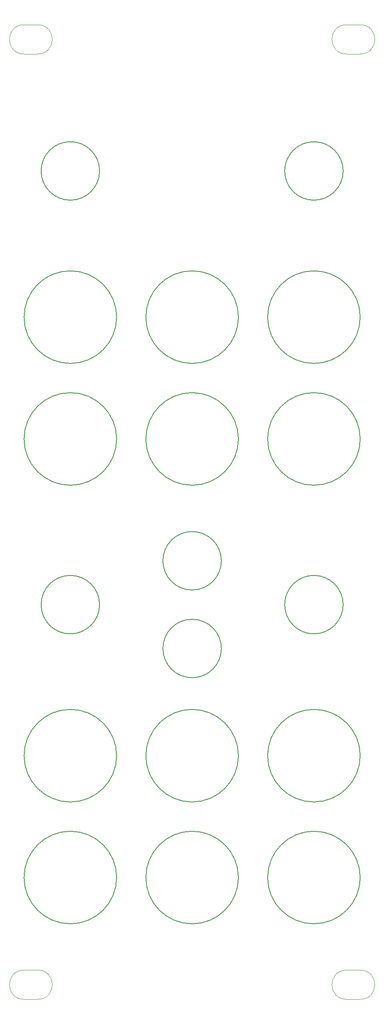
<source format=gbr>
G04 #@! TF.GenerationSoftware,KiCad,Pcbnew,6.0.7-f9a2dced07~116~ubuntu22.04.1*
G04 #@! TF.CreationDate,2022-09-02T23:25:56-04:00*
G04 #@! TF.ProjectId,voltproc_panel,766f6c74-7072-46f6-935f-70616e656c2e,rev?*
G04 #@! TF.SameCoordinates,Original*
G04 #@! TF.FileFunction,Other,Comment*
%FSLAX46Y46*%
G04 Gerber Fmt 4.6, Leading zero omitted, Abs format (unit mm)*
G04 Created by KiCad (PCBNEW 6.0.7-f9a2dced07~116~ubuntu22.04.1) date 2022-09-02 23:25:56*
%MOMM*%
%LPD*%
G01*
G04 APERTURE LIST*
%ADD10C,0.120000*%
%ADD11C,0.150000*%
G04 APERTURE END LIST*
D10*
G04 #@! TO.C,H12*
X88100000Y-13600000D02*
X85300000Y-13600000D01*
X88100000Y-201600000D02*
X85300000Y-201600000D01*
X88100000Y-207600000D02*
X85300000Y-207600000D01*
X88100000Y-7600000D02*
X85300000Y-7600000D01*
X88100000Y-13600000D02*
G75*
G03*
X88100000Y-7600000I0J3000000D01*
G01*
X85300000Y-7600000D02*
G75*
G03*
X85300000Y-13600000I0J-3000000D01*
G01*
X88100000Y-207600000D02*
G75*
G03*
X88100000Y-201600000I0J3000000D01*
G01*
X85300000Y-201600000D02*
G75*
G03*
X85300000Y-207600000I0J-3000000D01*
G01*
D11*
G04 #@! TO.C,H10*
X59600000Y-117600000D02*
G75*
G03*
X59600000Y-117600000I-6000000J0D01*
G01*
G04 #@! TO.C,H7*
X38100000Y-67600000D02*
G75*
G03*
X38100000Y-67600000I-9500000J0D01*
G01*
G04 #@! TO.C,H8*
X63100000Y-67600000D02*
G75*
G03*
X63100000Y-67600000I-9500000J0D01*
G01*
G04 #@! TO.C,H1*
X38100000Y-157600000D02*
G75*
G03*
X38100000Y-157600000I-9500000J0D01*
G01*
D10*
G04 #@! TO.C,H9*
X19100000Y-13600000D02*
X21900000Y-13600000D01*
X19100000Y-7600000D02*
X21900000Y-7600000D01*
X19100000Y-201600000D02*
X21900000Y-201600000D01*
X19100000Y-207600000D02*
X21900000Y-207600000D01*
X21900000Y-207600000D02*
G75*
G03*
X21900000Y-201600000I0J3000000D01*
G01*
X19100000Y-201600000D02*
G75*
G03*
X19100000Y-207600000I0J-3000000D01*
G01*
X19100000Y-7600000D02*
G75*
G03*
X19100000Y-13600000I0J-3000000D01*
G01*
X21900000Y-13600000D02*
G75*
G03*
X21900000Y-7600000I0J3000000D01*
G01*
D11*
G04 #@! TO.C,H11*
X34600000Y-37600000D02*
G75*
G03*
X34600000Y-37600000I-6000000J0D01*
G01*
G04 #@! TO.C,H2*
X38100000Y-182600000D02*
G75*
G03*
X38100000Y-182600000I-9500000J0D01*
G01*
G04 #@! TO.C,H3*
X63100000Y-157600000D02*
G75*
G03*
X63100000Y-157600000I-9500000J0D01*
G01*
G04 #@! TO.C,H4*
X63100000Y-182600000D02*
G75*
G03*
X63100000Y-182600000I-9500000J0D01*
G01*
G04 #@! TO.C,H5*
X88100000Y-157600000D02*
G75*
G03*
X88100000Y-157600000I-9500000J0D01*
G01*
G04 #@! TO.C,H6*
X88100000Y-182600000D02*
G75*
G03*
X88100000Y-182600000I-9500000J0D01*
G01*
G04 #@! TO.C,H20*
X84600000Y-126600000D02*
G75*
G03*
X84600000Y-126600000I-6000000J0D01*
G01*
G04 #@! TO.C,H14*
X38100000Y-92600000D02*
G75*
G03*
X38100000Y-92600000I-9500000J0D01*
G01*
G04 #@! TO.C,H15*
X59600000Y-135600000D02*
G75*
G03*
X59600000Y-135600000I-6000000J0D01*
G01*
G04 #@! TO.C,H18*
X88100000Y-92600000D02*
G75*
G03*
X88100000Y-92600000I-9500000J0D01*
G01*
G04 #@! TO.C,H17*
X63100000Y-92600000D02*
G75*
G03*
X63100000Y-92600000I-9500000J0D01*
G01*
G04 #@! TO.C,H19*
X84600000Y-37600000D02*
G75*
G03*
X84600000Y-37600000I-6000000J0D01*
G01*
G04 #@! TO.C,H16*
X34600000Y-126600000D02*
G75*
G03*
X34600000Y-126600000I-6000000J0D01*
G01*
G04 #@! TO.C,H13*
X88100000Y-67600000D02*
G75*
G03*
X88100000Y-67600000I-9500000J0D01*
G01*
G04 #@! TD*
M02*

</source>
